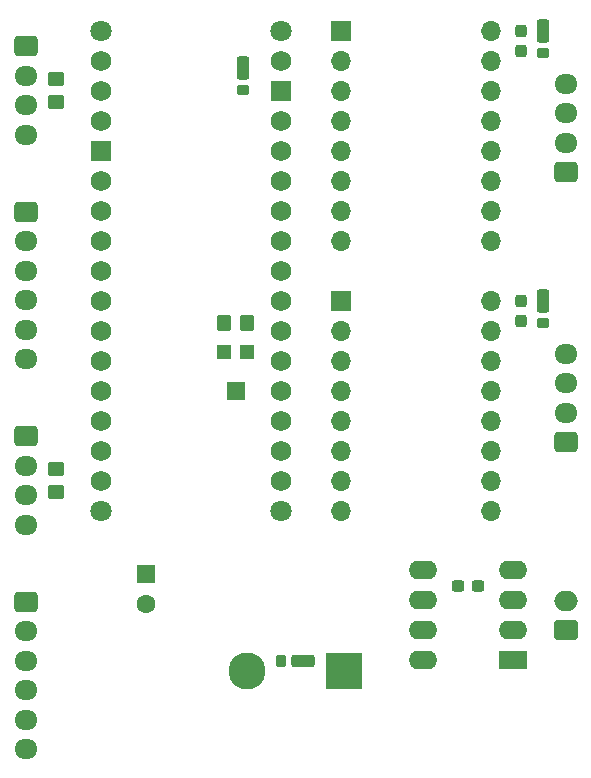
<source format=gbs>
G04 #@! TF.GenerationSoftware,KiCad,Pcbnew,7.0.8*
G04 #@! TF.CreationDate,2024-03-11T02:55:17-07:00*
G04 #@! TF.ProjectId,oc_v1,6f635f76-312e-46b6-9963-61645f706362,1*
G04 #@! TF.SameCoordinates,Original*
G04 #@! TF.FileFunction,Soldermask,Bot*
G04 #@! TF.FilePolarity,Negative*
%FSLAX46Y46*%
G04 Gerber Fmt 4.6, Leading zero omitted, Abs format (unit mm)*
G04 Created by KiCad (PCBNEW 7.0.8) date 2024-03-11 02:55:17*
%MOMM*%
%LPD*%
G01*
G04 APERTURE LIST*
G04 Aperture macros list*
%AMRoundRect*
0 Rectangle with rounded corners*
0 $1 Rounding radius*
0 $2 $3 $4 $5 $6 $7 $8 $9 X,Y pos of 4 corners*
0 Add a 4 corners polygon primitive as box body*
4,1,4,$2,$3,$4,$5,$6,$7,$8,$9,$2,$3,0*
0 Add four circle primitives for the rounded corners*
1,1,$1+$1,$2,$3*
1,1,$1+$1,$4,$5*
1,1,$1+$1,$6,$7*
1,1,$1+$1,$8,$9*
0 Add four rect primitives between the rounded corners*
20,1,$1+$1,$2,$3,$4,$5,0*
20,1,$1+$1,$4,$5,$6,$7,0*
20,1,$1+$1,$6,$7,$8,$9,0*
20,1,$1+$1,$8,$9,$2,$3,0*%
G04 Aperture macros list end*
%ADD10R,3.145000X3.145000*%
%ADD11C,3.145000*%
%ADD12RoundRect,0.250000X-0.725000X0.600000X-0.725000X-0.600000X0.725000X-0.600000X0.725000X0.600000X0*%
%ADD13O,1.950000X1.700000*%
%ADD14R,1.700000X1.700000*%
%ADD15O,1.700000X1.700000*%
%ADD16C,1.800000*%
%ADD17C,1.727200*%
%ADD18R,1.727200X1.727200*%
%ADD19RoundRect,0.250000X0.750000X-0.600000X0.750000X0.600000X-0.750000X0.600000X-0.750000X-0.600000X0*%
%ADD20O,2.000000X1.700000*%
%ADD21RoundRect,0.250000X0.725000X-0.600000X0.725000X0.600000X-0.725000X0.600000X-0.725000X-0.600000X0*%
%ADD22R,2.400000X1.600000*%
%ADD23O,2.400000X1.600000*%
%ADD24R,1.600000X1.600000*%
%ADD25C,1.600000*%
%ADD26RoundRect,0.237500X0.300000X0.237500X-0.300000X0.237500X-0.300000X-0.237500X0.300000X-0.237500X0*%
%ADD27RoundRect,0.237500X-0.237500X0.300000X-0.237500X-0.300000X0.237500X-0.300000X0.237500X0.300000X0*%
%ADD28RoundRect,0.250000X-0.350000X-0.450000X0.350000X-0.450000X0.350000X0.450000X-0.350000X0.450000X0*%
%ADD29RoundRect,0.250000X0.300000X-0.750000X0.300000X0.750000X-0.300000X0.750000X-0.300000X-0.750000X0*%
%ADD30RoundRect,0.200000X0.350000X-0.200000X0.350000X0.200000X-0.350000X0.200000X-0.350000X-0.200000X0*%
%ADD31RoundRect,0.250000X0.450000X-0.350000X0.450000X0.350000X-0.450000X0.350000X-0.450000X-0.350000X0*%
%ADD32R,1.200000X1.200000*%
%ADD33R,1.600000X1.500000*%
%ADD34RoundRect,0.250000X-0.750000X-0.300000X0.750000X-0.300000X0.750000X0.300000X-0.750000X0.300000X0*%
%ADD35RoundRect,0.200000X-0.200000X-0.350000X0.200000X-0.350000X0.200000X0.350000X-0.200000X0.350000X0*%
G04 APERTURE END LIST*
D10*
X143825000Y-103745000D03*
D11*
X135575000Y-103745000D03*
D12*
X116840000Y-50860000D03*
D13*
X116840000Y-53360000D03*
X116840000Y-55860000D03*
X116840000Y-58360000D03*
D14*
X143510000Y-72390000D03*
D15*
X143510000Y-74930000D03*
X143510000Y-77470000D03*
X143510000Y-80010000D03*
X143510000Y-82550000D03*
X143510000Y-85090000D03*
X143510000Y-87630000D03*
X143510000Y-90170000D03*
X156210000Y-90170000D03*
X156210000Y-87630000D03*
X156210000Y-85090000D03*
X156210000Y-82550000D03*
X156210000Y-80010000D03*
X156210000Y-77470000D03*
X156210000Y-74930000D03*
X156210000Y-72390000D03*
D16*
X123190000Y-49530000D03*
X123190000Y-90170000D03*
X138430000Y-49530000D03*
X138430000Y-90170000D03*
D17*
X138430000Y-85090000D03*
X138430000Y-59690000D03*
X138430000Y-80010000D03*
X138430000Y-77470000D03*
X138430000Y-74930000D03*
X138430000Y-72390000D03*
X138430000Y-69850000D03*
X138430000Y-67310000D03*
X138430000Y-64770000D03*
X138430000Y-62230000D03*
X138430000Y-82550000D03*
X138430000Y-57150000D03*
X123190000Y-54610000D03*
X123190000Y-52070000D03*
X123190000Y-62230000D03*
X123190000Y-64770000D03*
X123190000Y-67310000D03*
X123190000Y-69850000D03*
X123190000Y-72390000D03*
X123190000Y-74930000D03*
X123190000Y-77470000D03*
X123190000Y-80010000D03*
X123190000Y-82550000D03*
X123190000Y-85090000D03*
X123190000Y-87630000D03*
X138430000Y-87630000D03*
D18*
X123190000Y-59690000D03*
X138430000Y-54610000D03*
D17*
X123190000Y-57150000D03*
X138430000Y-52070000D03*
D12*
X116840000Y-97890000D03*
D13*
X116840000Y-100390000D03*
X116840000Y-102890000D03*
X116840000Y-105390000D03*
X116840000Y-107890000D03*
X116840000Y-110390000D03*
D12*
X116840000Y-83880000D03*
D13*
X116840000Y-86380000D03*
X116840000Y-88880000D03*
X116840000Y-91380000D03*
D19*
X162560000Y-100310000D03*
D20*
X162560000Y-97810000D03*
D21*
X162560000Y-61535000D03*
D13*
X162560000Y-59035000D03*
X162560000Y-56535000D03*
X162560000Y-54035000D03*
D21*
X162560000Y-84395000D03*
D13*
X162560000Y-81895000D03*
X162560000Y-79395000D03*
X162560000Y-76895000D03*
D22*
X158105000Y-102860000D03*
D23*
X158105000Y-100320000D03*
X158105000Y-97780000D03*
X158105000Y-95240000D03*
X150485000Y-95240000D03*
X150485000Y-97780000D03*
X150485000Y-100320000D03*
X150485000Y-102860000D03*
D14*
X143510000Y-49530000D03*
D15*
X143510000Y-52070000D03*
X143510000Y-54610000D03*
X143510000Y-57150000D03*
X143510000Y-59690000D03*
X143510000Y-62230000D03*
X143510000Y-64770000D03*
X143510000Y-67310000D03*
X156210000Y-67310000D03*
X156210000Y-64770000D03*
X156210000Y-62230000D03*
X156210000Y-59690000D03*
X156210000Y-57150000D03*
X156210000Y-54610000D03*
X156210000Y-52070000D03*
X156210000Y-49530000D03*
D12*
X116840000Y-64870000D03*
D13*
X116840000Y-67370000D03*
X116840000Y-69870000D03*
X116840000Y-72370000D03*
X116840000Y-74870000D03*
X116840000Y-77370000D03*
D24*
X127000000Y-95564888D03*
D25*
X127000000Y-98064888D03*
D26*
X155167500Y-96520000D03*
X153442500Y-96520000D03*
D27*
X158750000Y-72390000D03*
X158750000Y-74115000D03*
D28*
X133620000Y-74295000D03*
X135620000Y-74295000D03*
D29*
X160655000Y-49530000D03*
D30*
X160655000Y-51430000D03*
D29*
X160655000Y-72390000D03*
D30*
X160655000Y-74290000D03*
D31*
X119380000Y-88630000D03*
X119380000Y-86630000D03*
D32*
X135620000Y-76760000D03*
D33*
X134620000Y-80010000D03*
D32*
X133620000Y-76760000D03*
D27*
X158750000Y-49530000D03*
X158750000Y-51255000D03*
D34*
X140350000Y-102870000D03*
D35*
X138450000Y-102870000D03*
D29*
X135255000Y-52690000D03*
D30*
X135255000Y-54590000D03*
D31*
X119380000Y-55610000D03*
X119380000Y-53610000D03*
M02*

</source>
